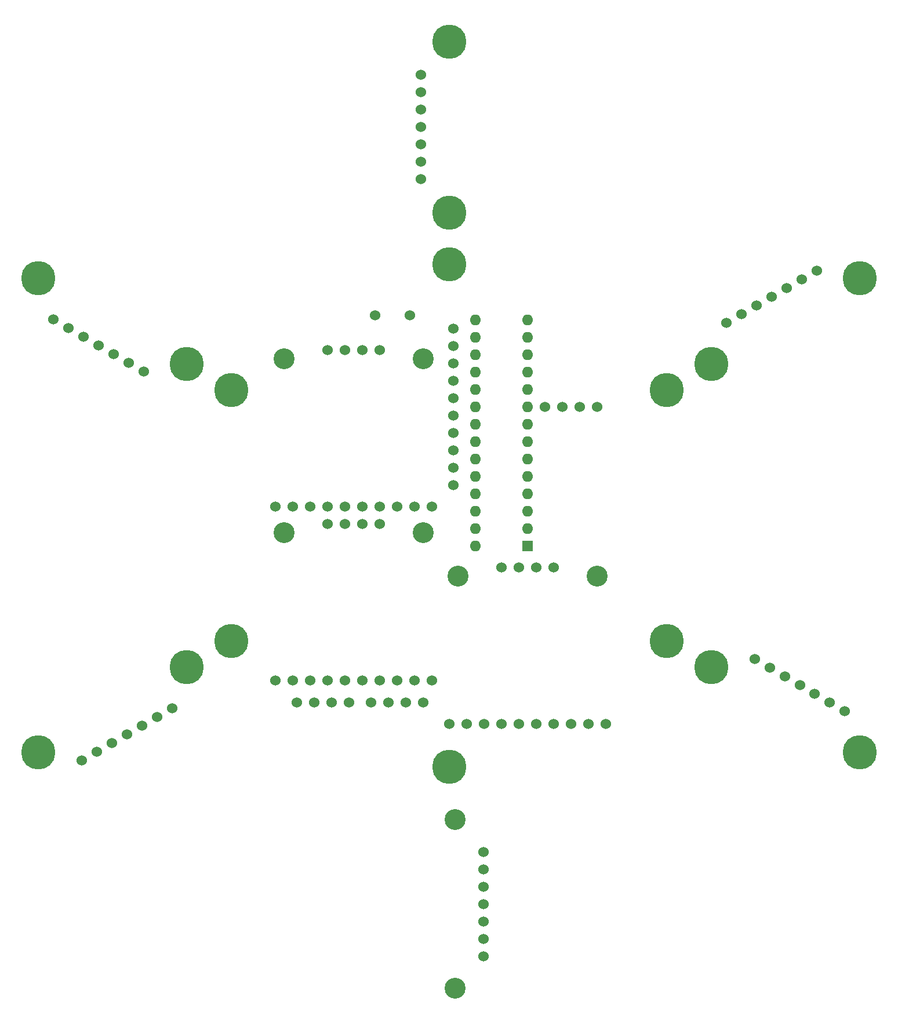
<source format=gbr>
%TF.GenerationSoftware,KiCad,Pcbnew,5.1.9+dfsg1-1+deb11u1*%
%TF.CreationDate,2024-06-24T23:38:04+02:00*%
%TF.ProjectId,pcb_onder,7063625f-6f6e-4646-9572-2e6b69636164,rev?*%
%TF.SameCoordinates,Original*%
%TF.FileFunction,Soldermask,Bot*%
%TF.FilePolarity,Negative*%
%FSLAX46Y46*%
G04 Gerber Fmt 4.6, Leading zero omitted, Abs format (unit mm)*
G04 Created by KiCad (PCBNEW 5.1.9+dfsg1-1+deb11u1) date 2024-06-24 23:38:04*
%MOMM*%
%LPD*%
G01*
G04 APERTURE LIST*
%ADD10C,1.524000*%
%ADD11C,5.000000*%
%ADD12C,3.048000*%
%ADD13O,1.600000X1.600000*%
%ADD14R,1.600000X1.600000*%
G04 APERTURE END LIST*
D10*
%TO.C,kleur_sensor_6*%
X172100439Y-130213501D03*
X169900734Y-128943501D03*
X167701030Y-127673501D03*
X165501325Y-126403501D03*
X163301621Y-125133501D03*
X161101916Y-123863501D03*
X158902212Y-122593501D03*
D11*
X174272259Y-136224999D03*
X152621623Y-123724999D03*
%TD*%
D10*
%TO.C,kleur_sensor_1*%
X167980239Y-65850102D03*
X165780534Y-67120102D03*
X163580830Y-68390102D03*
X161381125Y-69660102D03*
X159181421Y-70930102D03*
X156981716Y-72200102D03*
X154782012Y-73470102D03*
D11*
X174272259Y-66975000D03*
X152621623Y-79475000D03*
%TD*%
D10*
%TO.C,kleur_sensor_4*%
X60619761Y-137349897D03*
X62819466Y-136079897D03*
X65019170Y-134809897D03*
X67218875Y-133539897D03*
X69418579Y-132269897D03*
X71618284Y-130999897D03*
X73817988Y-129729897D03*
D11*
X54327741Y-136224999D03*
X75978377Y-123724999D03*
%TD*%
D10*
%TO.C,kleur_sensor_2*%
X110179800Y-37236600D03*
X110179800Y-39776600D03*
X110179800Y-42316600D03*
X110179800Y-44856600D03*
X110179800Y-47396600D03*
X110179800Y-49936600D03*
X110179800Y-52476600D03*
D11*
X114300000Y-32350000D03*
X114300000Y-57350000D03*
%TD*%
D10*
%TO.C,kleur_sensor_3*%
X56499561Y-72986498D03*
X58699266Y-74256498D03*
X60898970Y-75526498D03*
X63098675Y-76796498D03*
X65298379Y-78066498D03*
X67498084Y-79336498D03*
X69697788Y-80606498D03*
D11*
X54327741Y-66975000D03*
X75978377Y-79475000D03*
%TD*%
%TO.C,U6*%
X114300000Y-138315000D03*
%TD*%
%TO.C,U5*%
X82503878Y-119957499D03*
%TD*%
%TO.C,U4*%
X82503878Y-83242500D03*
%TD*%
%TO.C,U3*%
X146096122Y-83242501D03*
%TD*%
%TO.C,U2*%
X114300000Y-64885000D03*
%TD*%
%TO.C,U1*%
X146096122Y-119957499D03*
%TD*%
D10*
%TO.C,i2c_res1*%
X103505000Y-72390000D03*
X108585000Y-72390000D03*
%TD*%
D12*
%TO.C,kleur_sensor_5*%
X115200000Y-146050000D03*
X115200000Y-170650000D03*
D10*
X119309200Y-150723400D03*
X119309200Y-153263400D03*
X119309200Y-155803400D03*
X119309200Y-158343400D03*
X119309200Y-160883400D03*
X119309200Y-163423400D03*
X119309200Y-165963400D03*
%TD*%
D13*
%TO.C,port_multiplexer_2*%
X118110000Y-106045000D03*
X125730000Y-73025000D03*
X118110000Y-103505000D03*
X125730000Y-75565000D03*
X118110000Y-100965000D03*
X125730000Y-78105000D03*
X118110000Y-98425000D03*
X125730000Y-80645000D03*
X118110000Y-95885000D03*
X125730000Y-83185000D03*
X118110000Y-93345000D03*
X125730000Y-85725000D03*
X118110000Y-90805000D03*
X125730000Y-88265000D03*
X118110000Y-88265000D03*
X125730000Y-90805000D03*
X118110000Y-85725000D03*
X125730000Y-93345000D03*
X118110000Y-83185000D03*
X125730000Y-95885000D03*
X118110000Y-80645000D03*
X125730000Y-98425000D03*
X118110000Y-78105000D03*
X125730000Y-100965000D03*
X118110000Y-75565000D03*
X125730000Y-103505000D03*
X118110000Y-73025000D03*
D14*
X125730000Y-106045000D03*
%TD*%
D12*
%TO.C,motor_driver3*%
X110490000Y-104140000D03*
X90170000Y-104140000D03*
D10*
X96520000Y-102870000D03*
X99060000Y-102870000D03*
X101600000Y-102870000D03*
X104140000Y-102870000D03*
X111760000Y-125730000D03*
X106680000Y-125730000D03*
X109220000Y-125730000D03*
X104140000Y-125730000D03*
X101600000Y-125730000D03*
X99060000Y-125730000D03*
X96520000Y-125730000D03*
X93980000Y-125730000D03*
X91440000Y-125730000D03*
X88900000Y-125730000D03*
%TD*%
D12*
%TO.C,motor_driver2*%
X110490000Y-78740000D03*
X90170000Y-78740000D03*
D10*
X96520000Y-77470000D03*
X99060000Y-77470000D03*
X101600000Y-77470000D03*
X104140000Y-77470000D03*
X111760000Y-100330000D03*
X106680000Y-100330000D03*
X109220000Y-100330000D03*
X104140000Y-100330000D03*
X101600000Y-100330000D03*
X99060000Y-100330000D03*
X96520000Y-100330000D03*
X93980000Y-100330000D03*
X91440000Y-100330000D03*
X88900000Y-100330000D03*
%TD*%
D12*
%TO.C,motor_driver1*%
X135890000Y-110490000D03*
X115570000Y-110490000D03*
D10*
X121920000Y-109220000D03*
X124460000Y-109220000D03*
X127000000Y-109220000D03*
X129540000Y-109220000D03*
X137160000Y-132080000D03*
X132080000Y-132080000D03*
X134620000Y-132080000D03*
X129540000Y-132080000D03*
X127000000Y-132080000D03*
X124460000Y-132080000D03*
X121920000Y-132080000D03*
X119380000Y-132080000D03*
X116840000Y-132080000D03*
X114300000Y-132080000D03*
%TD*%
%TO.C,motor3*%
X135890000Y-85725000D03*
X133350000Y-85725000D03*
X130810000Y-85725000D03*
X128270000Y-85725000D03*
%TD*%
%TO.C,motor2*%
X99695000Y-128905000D03*
X97155000Y-128905000D03*
X94615000Y-128905000D03*
X92075000Y-128905000D03*
%TD*%
%TO.C,motor1*%
X110490000Y-128905000D03*
X107950000Y-128905000D03*
X105410000Y-128905000D03*
X102870000Y-128905000D03*
%TD*%
%TO.C,J1*%
X114935000Y-76835000D03*
X114935000Y-97155000D03*
X114935000Y-94615000D03*
X114935000Y-92075000D03*
X114935000Y-89535000D03*
X114935000Y-86995000D03*
X114935000Y-84455000D03*
X114935000Y-81915000D03*
X114935000Y-79375000D03*
X114935000Y-74295000D03*
%TD*%
M02*

</source>
